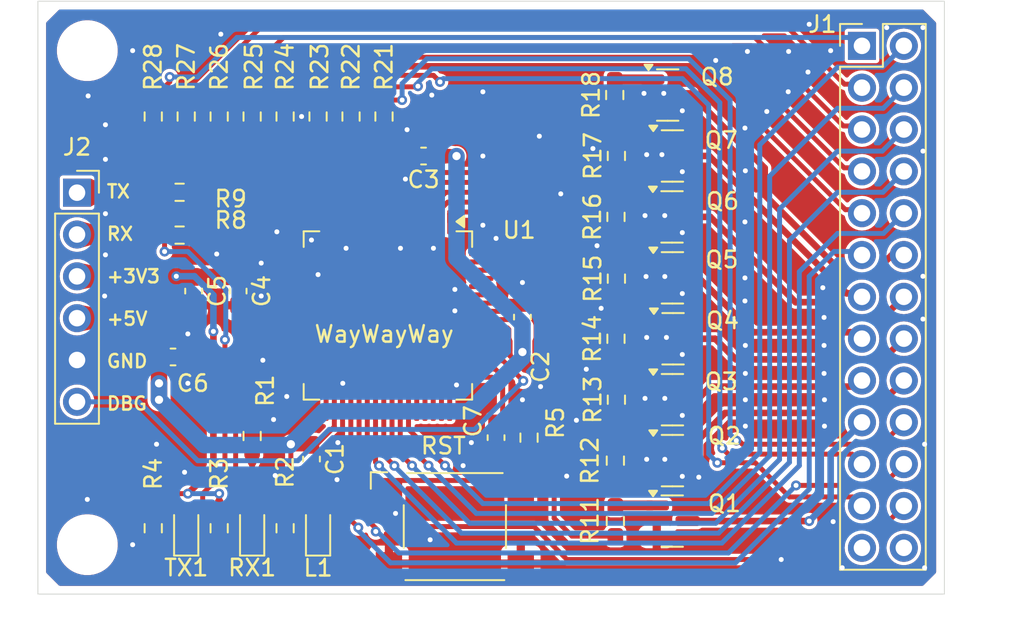
<source format=kicad_pcb>
(kicad_pcb (version 20240108) (generator "pcbnew") (generator_version "8.0")
  (layers (0 "F.Cu" signal) (31 "B.Cu" signal) (34 "B.Paste" user) (35 "F.Paste" user) (36 "B.SilkS" user "B.Silkscreen") (37 "F.SilkS" user "F.Silkscreen") (38 "B.Mask" user) (39 "F.Mask" user) (44 "Edge.Cuts" user))
  (net 0 "")
  (net 1 "GND")
  (net 2 "/G8")
  (net 3 "Net-(Q1-G)")
  (net 4 "Net-(Q2-G)")
  (net 5 "/G3")
  (net 6 "/LH")
  (net 7 "Net-(Q3-G)")
  (net 8 "Net-(Q4-G)")
  (net 9 "/LB")
  (net 10 "/LF")
  (net 11 "Net-(Q5-G)")
  (net 12 "/G6")
  (net 13 "Net-(Q6-G)")
  (net 14 "Net-(Q7-G)")
  (net 15 "/LG")
  (net 16 "/G5")
  (net 17 "Net-(Q8-G)")
  (net 18 "Net-(U1-PB0)")
  (net 19 "/LD")
  (net 20 "/LE")
  (net 21 "Net-(U1-PB1)")
  (net 22 "Net-(U1-PB2)")
  (net 23 "/G1")
  (net 24 "Net-(U1-PB3)")
  (net 25 "Net-(U1-PB4)")
  (net 26 "/G2")
  (net 27 "Net-(U1-PB5)")
  (net 28 "/G7")
  (net 29 "Net-(U1-PB6)")
  (net 30 "/G4")
  (net 31 "/LC")
  (net 32 "Net-(U1-PB7)")
  (net 33 "/RC")
  (net 34 "/RB")
  (net 37 "/RE")
  (net 40 "/RF")
  (net 43 "/RA")
  (net 44 "+5V")
  (net 45 "+3.3V")
  (net 46 "/RD")
  (net 49 "/LA")
  (net 50 "!RESET")
  (net 58 "/RH")
  (net 60 "/RG")
  (net 62 "Net-(U1-PD0)")
  (net 66 "Net-(U1-XTALHF1{slash}PA0)")
  (net 67 "Net-(U1-XTALHF2{slash}PA1)")
  (net 68 "Net-(U1-PA2)")
  (net 69 "Net-(U1-PA3)")
  (net 70 "Net-(U1-PA4)")
  (net 71 "Net-(U1-PA5)")
  (net 72 "Net-(U1-PA6)")
  (net 73 "Net-(U1-PA7)")
  (net 79 "RPI_UART_RX")
  (net 80 "RPI_UART_TX")
  (net 81 "AVR_UART_RX")
  (net 82 "AVR_UART_TX")
  (net 83 "Net-(J2-Pin_6)")
  (net 84 "Net-(R1-Pad2)")
  (net 87 "Net-(L1-K)")
  (net 88 "Net-(RX1-A)")
  (net 89 "Net-(TX1-A)")
  (net 90 "Net-(R5-Pad2)")
  (footprint "Package_TO_SOT_SMD:SOT-23" (layer "F.Cu") (at 88.5 71.195)
    (property "Reference" "Q3")
    (property "Value" "AO3400A")
  )
  (footprint "Button_Switch_SMD:SW_SPST_Omron_B3FS-100xP" (layer "F.Cu") (at 75.3 78.9)
    (property "Reference" "RST")
    (property "Value" "SW_Omron_B3FS")
  )
  (footprint "Resistor_SMD:R_0603_1608Metric_Pad0.98x0.95mm_HandSolder" (layer "F.Cu") (at 85.1 56.395 90)
    (property "Reference" "R17")
    (property "Value" "300")
  )
  (footprint "Resistor_SMD:R_0603_1608Metric_Pad0.98x0.95mm_HandSolder" (layer "F.Cu") (at 85.075 60.095 90)
    (property "Reference" "R16")
    (property "Value" "300")
  )
  (footprint "Package_TO_SOT_SMD:SOT-23" (layer "F.Cu") (at 88.5 74.895)
    (property "Reference" "Q2")
    (property "Value" "AO3400A")
  )
  (footprint "Resistor_SMD:R_0603_1608Metric_Pad0.98x0.95mm_HandSolder" (layer "F.Cu") (at 58.6 61.2)
    (property "Reference" "R8")
    (property "Value" "300")
  )
  (footprint "Resistor_SMD:R_0603_1608Metric_Pad0.98x0.95mm_HandSolder" (layer "F.Cu") (at 61 79 -90)
    (property "Reference" "R3")
    (property "Value" "300")
  )
  (footprint "Package_QFP:TQFP-64_10x10mm_P0.5mm" (layer "F.Cu") (at 71.2375 66.08 -90)
    (property "Reference" "U1")
    (property "Value" "AVR128DB64x-xPT")
  )
  (footprint "Capacitor_SMD:C_0603_1608Metric_Pad1.08x0.95mm_HandSolder" (layer "F.Cu") (at 79.4 66.18 90)
    (property "Reference" "C2")
    (property "Value" "100n")
  )
  (footprint "Capacitor_SMD:C_0603_1608Metric_Pad1.08x0.95mm_HandSolder" (layer "F.Cu") (at 77.8 73.5 -90)
    (property "Reference" "C7")
    (property "Value" "1u")
  )
  (footprint "LED_SMD:LED_0603_1608Metric_Pad1.05x0.95mm_HandSolder" (layer "F.Cu") (at 59 79 90)
    (property "Reference" "TX1")
    (property "Value" "LED")
  )
  (footprint "Resistor_SMD:R_0603_1608Metric_Pad0.98x0.95mm_HandSolder" (layer "F.Cu") (at 61 54 90)
    (property "Reference" "R26")
    (property "Value" "300")
  )
  (footprint "Resistor_SMD:R_0603_1608Metric_Pad0.98x0.95mm_HandSolder" (layer "F.Cu") (at 65 54 90)
    (property "Reference" "R24")
    (property "Value" "300")
  )
  (footprint "LED_SMD:LED_0603_1608Metric_Pad1.05x0.95mm_HandSolder" (layer "F.Cu") (at 63 79 90)
    (property "Reference" "RX1")
    (property "Value" "LED")
  )
  (footprint "MountingHole:MountingHole_3.2mm_M3_DIN965" (layer "F.Cu") (at 53 80)
    (property "Reference" "H2" (hide yes))
    (property "Value" "MountingHole")
  )
  (footprint "Resistor_SMD:R_0603_1608Metric_Pad0.98x0.95mm_HandSolder" (layer "F.Cu") (at 85.1 71.195 90)
    (property "Reference" "R13")
    (property "Value" "300")
  )
  (footprint "Resistor_SMD:R_0603_1608Metric_Pad0.98x0.95mm_HandSolder" (layer "F.Cu") (at 85.0375 78.565 90)
    (property "Reference" "R11")
    (property "Value" "300")
  )
  (footprint "Resistor_SMD:R_0603_1608Metric_Pad0.98x0.95mm_HandSolder" (layer "F.Cu") (at 85.0375 74.895 90)
    (property "Reference" "R12")
    (property "Value" "300")
  )
  (footprint "Capacitor_SMD:C_0603_1608Metric_Pad1.08x0.95mm_HandSolder" (layer "F.Cu") (at 62.15 64.6 -90)
    (property "Reference" "C4")
    (property "Value" "100n")
  )
  (footprint "Connector_PinSocket_2.54mm:PinSocket_1x06_P2.54mm_Vertical" (layer "F.Cu") (at 52.375 58.625)
    (property "Reference" "J2")
    (property "Value" "Conn_01x06")
  )
  (footprint "Capacitor_SMD:C_0603_1608Metric_Pad1.08x0.95mm_HandSolder" (layer "F.Cu") (at 73.4 56.4 180)
    (property "Reference" "C3")
    (property "Value" "100n")
  )
  (footprint "Resistor_SMD:R_0603_1608Metric_Pad0.98x0.95mm_HandSolder" (layer "F.Cu") (at 85.1 63.844999 90)
    (property "Reference" "R15")
    (property "Value" "300")
  )
  (footprint "Capacitor_SMD:C_0603_1608Metric_Pad1.08x0.95mm_HandSolder" (layer "F.Cu") (at 66.6 74.8 -90)
    (property "Reference" "C1")
    (property "Value" "100n")
  )
  (footprint "Resistor_SMD:R_0603_1608Metric_Pad0.98x0.95mm_HandSolder" (layer "F.Cu") (at 85 52.695 90)
    (property "Reference" "R18")
    (property "Value" "300")
  )
  (footprint "Resistor_SMD:R_0603_1608Metric_Pad0.98x0.95mm_HandSolder" (layer "F.Cu") (at 59 54 90)
    (property "Reference" "R27")
    (property "Value" "300")
  )
  (footprint "Package_TO_SOT_SMD:SOT-23" (layer "F.Cu") (at 88.475 60.095)
    (property "Reference" "Q6")
    (property "Value" "AO3400A")
  )
  (footprint "LED_SMD:LED_0603_1608Metric_Pad1.05x0.95mm_HandSolder" (layer "F.Cu") (at 67 79 90)
    (property "Reference" "L1")
    (property "Value" "LED")
  )
  (footprint "Resistor_SMD:R_0603_1608Metric_Pad0.98x0.95mm_HandSolder" (layer "F.Cu") (at 63 73.4 -90)
    (property "Reference" "R1")
    (property "Value" "300")
  )
  (footprint "Capacitor_SMD:C_0603_1608Metric_Pad1.08x0.95mm_HandSolder" (layer "F.Cu") (at 59.45 64.6 -90)
    (property "Reference" "C5")
    (property "Value" "1u")
  )
  (footprint "Capacitor_SMD:C_0603_1608Metric_Pad1.08x0.95mm_HandSolder" (layer "F.Cu") (at 58.2 68.6)
    (property "Reference" "C6")
    (property "Value" "1u")
  )
  (footprint "MountingHole:MountingHole_3.2mm_M3_DIN965" (layer "F.Cu") (at 53 50)
    (property "Reference" "H1" (hide yes))
    (property "Value" "MountingHole")
  )
  (footprint "Package_TO_SOT_SMD:SOT-23" (layer "F.Cu") (at 88.5375 67.495)
    (property "Reference" "Q4")
    (property "Value" "AO3400A")
  )
  (footprint "Resistor_SMD:R_0603_1608Metric_Pad0.98x0.95mm_HandSolder" (layer "F.Cu") (at 57 79 -90)
    (property "Reference" "R4")
    (property "Value" "300")
  )
  (footprint "Resistor_SMD:R_0603_1608Metric_Pad0.98x0.95mm_HandSolder" (layer "F.Cu") (at 63 54 90)
    (property "Reference" "R25")
    (property "Value" "300")
  )
  (footprint "Package_TO_SOT_SMD:SOT-23" (layer "F.Cu") (at 88.5 63.795)
    (property "Reference" "Q5")
    (property "Value" "AO3400A")
  )
  (footprint "Resistor_SMD:R_0603_1608Metric_Pad0.98x0.95mm_HandSolder" (layer "F.Cu") (at 65 79 -90)
    (property "Reference" "R2")
    (property "Value" "300")
  )
  (footprint "Resistor_SMD:R_0603_1608Metric_Pad0.98x0.95mm_HandSolder" (layer "F.Cu") (at 85.075 67.495 90)
    (property "Reference" "R14")
    (property "Value" "300")
  )
  (footprint "Connector_PinHeader_2.54mm:PinHeader_2x13_P2.54mm_Vertical" (layer "F.Cu") (at 100 49.71)
    (property "Reference" "J1")
    (property "Value" "Conn_02x13_Odd_Even")
  )
  (footprint "Resistor_SMD:R_0603_1608Metric_Pad0.98x0.95mm_HandSolder" (layer "F.Cu") (at 58.6 58.6)
    (property "Reference" "R9")
    (property "Value" "300")
  )
  (footprint "Resistor_SMD:R_0603_1608Metric_Pad0.98x0.95mm_HandSolder" (layer "F.Cu") (at 79.8 73.5 -90)
    (property "Reference" "R5")
    (property "Value" "300")
  )
  (footprint "Resistor_SMD:R_0603_1608Metric_Pad0.98x0.95mm_HandSolder" (layer "F.Cu") (at 57 54 90)
    (property "Reference" "R28")
    (property "Value" "300")
  )
  (footprint "Resistor_SMD:R_0603_1608Metric_Pad0.98x0.95mm_HandSolder" (layer "F.Cu") (at 71 54 90)
    (property "Reference" "R21")
    (property "Value" "300")
  )
  (footprint "Resistor_SMD:R_0603_1608Metric_Pad0.98x0.95mm_HandSolder" (layer "F.Cu") (at 67 54 90)
    (property "Reference" "R23")
    (property "Value" "300")
  )
  (footprint "Resistor_SMD:R_0603_1608Metric_Pad0.98x0.95mm_HandSolder" (layer "F.Cu") (at 69 54 90)
    (property "Reference" "R22")
    (property "Value" "300")
  )
  (footprint "Package_TO_SOT_SMD:SOT-23" (layer "F.Cu") (at 88.2125 52.695)
    (property "Reference" "Q8")
    (property "Value" "AO3400A")
  )
  (footprint "Package_TO_SOT_SMD:SOT-23" (layer "F.Cu") (at 88.5 56.395)
    (property "Reference" "Q7")
    (property "Value" "AO3400A")
  )
  (footprint "Package_TO_SOT_SMD:SOT-23" (layer "F.Cu") (at 88.4875 78.565)
    (property "Reference" "Q1")
    (property "Value" "AO3400A")
  )
  (gr_line (start 57.35 70.2) (end 57.35 71.2) (stroke (width 1)) (layer "F.Cu") (net 44))
  (gr_rect (start 50 47) (end 105 83) (stroke (width 0.05)) (fill none) (layer "Edge.Cuts"))
  (gr_text "WayWayWay" (at 66.7 67.8 0) (layer "F.SilkS") (effects (font (size 1 1) (thickness 0.15) (bold yes)) (justify left bottom)))
  (gr_text "TX\n\nRX\n\n+3V3\n\n+5V\n\nGND\n\nDBG" (at 54.1 71.9 0) (layer "F.SilkS") (effects (font (size 0.8 0.8) (thickness 0.15) (bold yes)) (justify left bottom)))
  (via (at 90.1 75.9) (size 0.6) (drill 0.3) (layers "F.Cu" "B.Cu") (net 1))
  (via (at 92.9 60.4) (size 0.6) (drill 0.3) (layers "F.Cu" "B.Cu") (net 1))
  (via (at 68.15 76.05) (size 0.6) (drill 0.3) (layers "F.Cu" "B.Cu") (net 1))
  (via (at 92.9 54.7) (size 0.6) (drill 0.3) (layers "F.Cu" "B.Cu") (net 1))
  (via (at 72.3 57.8) (size 0.6) (drill 0.3) (layers "F.Cu" "B.Cu") (net 1))
  (via (at 86.9375 74.815) (size 0.6) (drill 0.3) (layers "F.Cu" "B.Cu") (net 1))
  (via (at 92.925 72.8) (size 0.6) (drill 0.3) (layers "F.Cu" "B.Cu") (net 1))
  (via (at 95.525 52.495) (size 0.6) (drill 0.3) (layers "F.Cu" "B.Cu") (net 1))
  (via (at 92.925 71.2) (size 0.6) (drill 0.3) (layers "F.Cu" "B.Cu") (net 1))
  (via (at 64.5 61) (size 0.6) (drill 0.3) (layers "F.Cu" "B.Cu") (net 1))
  (via (at 74 62) (size 0.6) (drill 0.3) (layers "F.Cu" "B.Cu") (net 1))
  (via (at 94.225 53.695) (size 0.6) (drill 0.3) (layers "F.Cu" "B.Cu") (net 1))
  (via (at 103.7 66.3) (size 0.6) (drill 0.3) (layers "F.Cu" "B.Cu") (net 1))
  (via (at 68.7 62) (size 0.6) (drill 0.3) (layers "F.Cu" "B.Cu") (net 1))
  (via (at 88.03346 60.015) (size 0.6) (drill 0.3) (layers "F.Cu" "B.Cu") (net 1))
  (via (at 65.1 71) (size 0.6) (drill 0.3) (layers "F.Cu" "B.Cu") (net 1))
  (via (at 86.775 52.595) (size 0.6) (drill 0.3) (layers "F.Cu" "B.Cu") (net 1))
  (via (at 68.2 73.8) (size 0.6) (drill 0.3) (layers "F.Cu" "B.Cu") (net 1))
  (via (at 59.1 67.2) (size 0.6) (drill 0.3) (layers "F.Cu" "B.Cu") (net 1))
  (via (at 54.05 64.9) (size 0.6) (drill 0.3) (layers "F.Cu" "B.Cu") (net 1))
  (via (at 88.0375 74.815) (size 0.6) (drill 0.3) (layers "F.Cu" "B.Cu") (net 1))
  (via (at 86.9 63.715) (size 0.6) (drill 0.3) (layers "F.Cu" "B.Cu") (net 1))
  (via (at 55.75 50) (size 0.6) (drill 0.3) (layers "F.Cu" "B.Cu") (net 1))
  (via (at 83.275 69.345) (size 0.6) (drill 0.3) (layers "F.Cu" "B.Cu") (net 1))
  (via (at 73.9 52.7) (size 0.6) (drill 0.3) (layers "F.Cu" "B.Cu") (net 1))
  (via (at 64.3 72.4) (size 0.6) (drill 0.3) (layers "F.Cu" "B.Cu") (net 1))
  (via (at 97.625 64.395) (size 0.6) (drill 0.3) (layers "F.Cu" "B.Cu") (net 1))
  (via (at 98.8 81.4) (size 0.6) (drill 0.3) (layers "F.Cu" "B.Cu") (net 1))
  (via (at 82.675 72.445) (size 0.6) (drill 0.3) (layers "F.Cu" "B.Cu") (net 1))
  (via (at 53 77.25) (size 0.6) (drill 0.3) (layers "F.Cu" "B.Cu") (net 1))
  (via (at 54.1 54.5) (size 0.6) (drill 0.3) (layers "F.Cu" "B.Cu") (net 1))
  (via (at 58.9 75.6) (size 0.6) (drill 0.3) (layers "F.Cu" "B.Cu") (net 1))
  (via (at 92.925 67.9) (size 0.6) (drill 0.3) (layers "F.Cu" "B.Cu") (net 1))
  (via (at 96.725 51.3) (size 0.6) (drill 0.3) (layers "F.Cu" "B.Cu") (net 1))
  (via (at 75.3 65.8) (size 0.6) (drill 0.3) (layers "F.Cu" "B.Cu") (net 1))
  (via (at 79.4 64.08) (size 0.6) (drill 0.3) (layers "F.Cu" "B.Cu") (net 1))
  (via (at 96.8 48.4) (size 0.6) (drill 0.3) (layers "F.Cu" "B.Cu") (net 1))
  (via (at 79.4 71.2) (size 0.6) (drill 0.3) (layers "F.Cu" "B.Cu") (net 1))
  (via (at 75.3 64.5) (size 0.6) (drill 0.3) (layers "F.Cu" "B.Cu") (net 1))
  (via (at 77 60.6) (size 0.6) (drill 0.3) (layers "F.Cu" "B.Cu") (net 1))
  (via (at 97.7 66.2) (size 0.6) (drill 0.3) (layers "F.Cu" "B.Cu") (net 1))
  (via (at 59.1 70.2) (size 0.6) (drill 0.3) (layers "F.Cu" "B.Cu") (net 1))
  (via (at 89.1 75.85) (size 0.6) (drill 0.3) (layers "F.Cu" "B.Cu") (net 1))
  (via (at 95.55 50.05) (size 0.6) (drill 0.3) (layers "F.Cu" "B.Cu") (net 1))
  (via (at 89.1 61.05) (size 0.6) (drill 0.3) (layers "F.Cu" "B.Cu") (net 1))
  (via (at 101.5 48.6) (size 0.6) (drill 0.3) (layers "F.Cu" "B.Cu") (net 1))
  (via (at 77 56.4) (size 0.6) (drill 0.3) (layers "F.Cu" "B.Cu") (net 1))
  (via (at 75.4 70.3) (size 0.6) (drill 0.3) (layers "F.Cu" "B.Cu") (net 1))
  (via (at 57.2 73.9) (size 0.6) (drill 0.3) (layers "F.Cu" "B.Cu") (net 1))
  (via (at 71.7 78.1) (size 0.6) (drill 0.3) (layers "F.Cu" "B.Cu") (net 1))
  (via (at 88.1375 67.415) (size 0.6) (drill 0.3) (layers "F.Cu" "B.Cu") (net 1))
  (via (at 53.05 52.75) (size 0.6) (drill 0.3) (layers "F.Cu" "B.Cu") (net 1))
  (via (at 98.1 50) (size 0.6) (drill 0.3) (layers "F.Cu" "B.Cu") (net 1))
  (via (at 64.4 75.8) (size 0.6) (drill 0.3) (layers "F.Cu" "B.Cu") (net 1))
  (via (at 83.675 55.945) (size 0.6) (drill 0.3) (layers "F.Cu" "B.Cu") (net 1))
  (via (at 80.5 70.4) (size 0.6) (drill 0.3) (layers "F.Cu" "B.Cu") (net 1))
  (via (at 97.725 72.8) (size 0.6) (drill 0.3) (layers "F.Cu" "B.Cu") (net 1))
  (via (at 87.8625 56.315) (size 0.6) (drill 0.3) (layers "F.Cu" "B.Cu") (net 1))
  (via (at 103.8 81.4) (size 0.6) (drill 0.3) (layers "F.Cu" "B.Cu") (net 1))
  (via (at 66 54) (size 0.6) (drill 0.3) (layers "F.Cu" "B.Cu") (net 1))
  (via (at 88.0375 63.715) (size 0.6) (drill 0.3) (layers "F.Cu" "B.Cu") (net 1))
  (via (at 103.7 56.1) (size 0.6) (drill 0.3) (layers "F.Cu" "B.Cu") (net 1))
  (via (at 88.0375 71.115) (size 0.6) (drill 0.3) (layers "F.Cu" "B.Cu") (net 1))
  (via (at 87.975 52.595) (size 0.6) (drill 0.3) (layers "F.Cu" "B.Cu") (net 1))
  (via (at 86.9375 67.415) (size 0.6) (drill 0.3) (layers "F.Cu" "B.Cu") (net 1))
  (via (at 81.725 58.695) (size 0.6) (drill 0.3) (layers "F.Cu" "B.Cu") (net 1))
  (via (at 98.25 78.6) (size 0.6) (drill 0.3) (layers "F.Cu" "B.Cu") (net 1))
  (via (at 89.1 57.35) (size 0.6) (drill 0.3) (layers "F.Cu" "B.Cu") (net 1))
  (via (at 93.05 50.05) (size 0.6) (drill 0.3) (layers "F.Cu" "B.Cu") (net 1))
  (via (at 97.7 67.9) (size 0.6) (drill 0.3) (layers "F.Cu" "B.Cu") (net 1))
  (via (at 86.8375 60.015) (size 0.6) (drill 0.3) (layers "F.Cu" "B.Cu") (net 1))
  (via (at 63.55 62.9) (size 0.6) (drill 0.3) (layers "F.Cu" "B.Cu") (net 1))
  (via (at 83.925 61.845) (size 0.6) (drill 0.3) (layers "F.Cu" "B.Cu") (net 1))
  (via (at 97.7 69.6) (size 0.6) (drill 0.3) (layers "F.Cu" "B.Cu") (net 1))
  (via (at 91.125 50.595) (size 0.6) (drill 0.3) (layers "F.Cu" "B.Cu") (net 1))
  (via (at 89.1 64.75) (size 0.6) (drill 0.3) (layers "F.Cu" "B.Cu") (net 1))
  (via (at 68.5 70.2) (size 0.6) (drill 0.3) (layers "F.Cu" "B.Cu") (net 1))
  (via (at 103.7 48.6) (size 0.6) (drill 0.3) (layers "F.Cu" "B.Cu") (net 1))
  (via (at 86.8375 71.115) (size 0.6) (drill 0.3) (layers "F.Cu" "B.Cu") (net 1))
  (via (at 89.1 53.65) (size 0.6) (drill 0.3) (layers "F.Cu" "B.Cu") (net 1))
  (via (at 92.9 65.2) (size 0.6) (drill 0.3) (layers "F.Cu" "B.Cu") (net 1))
  (via (at 103.8 73.9) (size 0.6) (drill 0.3) (layers "F.Cu" "B.Cu") (net 1))
  (via (at 92.925 69.6) (size 0.6) (drill 0.3) (layers "F.Cu" "B.Cu") (net 1))
  (via (at 54.1 59.9) (size 0.6) (drill 0.3) (layers "F.Cu" "B.Cu") (net 1))
  (via (at 60.85 62.35) (size 0.6) (drill 0.3) (layers "F.Cu" "B.Cu") (net 1))
  (via (at 84.175 65.645) (size 0.6) (drill 0.3) (layers "F.Cu" "B.Cu") (net 1))
  (via (at 89.1 68.45) (size 0.6) (drill 0.3) (layers "F.Cu" "B.Cu") (net 1))
  (via (at 80.425 55.195) (size 0.6) (drill 0.3) (layers "F.Cu" "B.Cu") (net 1))
  (via (at 95.1 80.9) (size 0.6) (drill 0.3) (layers "F.Cu" "B.Cu") (net 1))
  (via (at 77 52.5) (size 0.6) (drill 0.3) (layers "F.Cu" "B.Cu") (net 1))
  (via (at 92.9 63.8) (size 0.6) (drill 0.3) (layers "F.Cu" "B.Cu") (net 1))
  (via (at 75.8 75.2) (size 0.6) (drill 0.3) (layers "F.Cu" "B.Cu") (net 1))
  (via (at 54.1 62.4) (size 0.6) (drill 0.3) (layers "F.Cu" "B.Cu") (net 1))
  (via (at 55.75 80) (size 0.6) (drill 0.3) (layers "F.Cu" "B.Cu") (net 1))
  (via (at 97.725 71.2) (size 0.6) (drill 0.3) (layers "F.Cu" "B.Cu") (net 1))
  (via (at 73.8 79.7) (size 0.6) (drill 0.3) (layers "F.Cu" "B.Cu") (net 1))
  (via (at 77.8 61.4) (size 0.6) (drill 0.3) (layers "F.Cu" "B.Cu") (net 1))
  (via (at 72.4 54.8) (size 0.6) (drill 0.3) (layers "F.Cu" "B.Cu") (net 1))
  (via (at 63.55 64.9) (size 0.6) (drill 0.3) (layers "F.Cu" "B.Cu") (net 1))
  (via (at 82.083823 75.834958) (size 0.6) (drill 0.3) (layers "F.Cu" "B.Cu") (net 1))
  (via (at 103.7 63.7) (size 0.6) (drill 0.3) (layers "F.Cu" "B.Cu") (net 1))
  (via (at 76.3 73.8) (size 0.6) (drill 0.3) (layers "F.Cu" "B.Cu") (net 1))
  (via (at 67 63.6) (size 0.6) (drill 0.3) (layers "F.Cu" "B.Cu") (net 1))
  (via (at 66.6 61.5) (size 0.6) (drill 0.3) (layers "F.Cu" "B.Cu") (net 1))
  (via (at 63.65 68.8) (size 0.6) (drill 0.3) (layers "F.Cu" "B.Cu") (net 1))
  (via (at 72 62) (size 0.6) (drill 0.3) (layers "F.Cu" "B.Cu") (net 1))
  (via (at 92.925 57.295) (size 0.6) (drill 0.3) (layers "F.Cu" "B.Cu") (net 1))
  (via (at 89.1 72.15) (size 0.6) (drill 0.3) (layers "F.Cu" "B.Cu") (net 1))
  (via (at 54.1 56.6) (size 0.6) (drill 0.3) (layers "F.Cu" "B.Cu") (net 1))
  (via (at 86.9375 56.315) (size 0.6) (drill 0.3) (layers "F.Cu" "B.Cu") (net 1))
  (via (at 61.1 49) (size 0.6) (drill 0.3) (layers "F.Cu" "B.Cu") (net 1))
  (segment (start 94.1 58.773884) (end 94.1 57.127513) (width 0.4) (layer "F.Cu") (net 2))
  (segment (start 89.15 52.695) (end 89.45 52.695) (width 0.4) (layer "F.Cu") (net 2))
  (segment (start 99.026116 63.7) (end 94.1 58.773884) (width 0.4) (layer "F.Cu") (net 2))
  (segment (start 100.52 63.7) (end 99.026116 63.7) (width 0.4) (layer "F.Cu") (net 2))
  (segment (start 102.025 62.195) (end 100.52 63.7) (width 0.4) (layer "F.Cu") (net 2))
  (segment (start 89.667487 52.695) (end 89.15 52.695) (width 0.4) (layer "F.Cu") (net 2))
  (segment (start 94.1 57.127513) (end 89.667487 52.695) (width 0.4) (layer "F.Cu") (net 2))
  (segment (start 85.075 77.615) (end 85.0375 77.6525) (width 0.6) (layer "F.Cu") (net 3))
  (segment (start 87.25 77.615) (end 85.075 77.615) (width 0.6) (layer "F.Cu") (net 3))
  (segment (start 87.2625 73.945) (end 85.3375 73.945) (width 0.6) (layer "F.Cu") (net 4))
  (segment (start 85.3375 73.945) (end 85.3 73.9825) (width 0.6) (layer "F.Cu") (net 4))
  (segment (start 90.8 70.4) (end 99.63 70.4) (width 0.4) (layer "F.Cu") (net 5))
  (segment (start 89.4375 71.195) (end 90.005 71.195) (width 0.4) (layer "F.Cu") (net 5))
  (segment (start 90.005 71.195) (end 90.8 70.4) (width 0.4) (layer "F.Cu") (net 5))
  (segment (start 99.63 70.4) (end 100 70.03) (width 0.4) (layer "F.Cu") (net 5))
  (segment (start 57 52.9) (end 57 53.0875) (width 0.3) (layer "F.Cu") (net 6))
  (segment (start 58 51.6) (end 58 51.9) (width 0.3) (layer "F.Cu") (net 6))
  (segment (start 58 51.9) (end 57 52.9) (width 0.3) (layer "F.Cu") (net 6))
  (via (at 58 51.6) (size 0.6) (drill 0.3) (layers "F.Cu" "B.Cu") (net 6))
  (segment (start 58 51.6) (end 59.68 51.6) (width 0.3) (layer "B.Cu") (net 6))
  (segment (start 62.08 49.2) (end 100.26 49.2) (width 0.3) (layer "B.Cu") (net 6))
  (segment (start 99.185 49.195) (end 99.485 49.495) (width 0.3) (layer "B.Cu") (net 6))
  (segment (start 59.68 51.6) (end 62.08 49.2) (width 0.3) (layer "B.Cu") (net 6))
  (segment (start 87.2625 70.245) (end 85.4 70.245) (width 0.6) (layer "F.Cu") (net 7))
  (segment (start 85.4 70.245) (end 85.3625 70.2825) (width 0.6) (layer "F.Cu") (net 7))
  (segment (start 87.3 66.545) (end 85.375 66.545) (width 0.6) (layer "F.Cu") (net 8))
  (segment (start 69.8875 52.2) (end 69 53.0875) (width 0.3) (layer "F.Cu") (net 9))
  (segment (start 73.01924 52.2) (end 69.8875 52.2) (width 0.3) (layer "F.Cu") (net 9))
  (segment (start 91.88462 74.5) (end 99.39 74.5) (width 0.3) (layer "F.Cu") (net 9))
  (segment (start 99.39 74.5) (end 100 75.11) (width 0.3) (layer "F.Cu") (net 9))
  (segment (start 91.525 74.14038) (end 91.88462 74.5) (width 0.3) (layer "F.Cu") (net 9))
  (segment (start 99.74 74.85) (end 100 75.11) (width 0.3) (layer "F.Cu") (net 9))
  (segment (start 73.05962 52.15962) (end 73.01924 52.2) (width 0.3) (layer "F.Cu") (net 9))
  (via (at 73.05962 52.15962) (size 0.6) (drill 0.3) (layers "F.Cu" "B.Cu") (net 9))
  (via (at 91.525 74.14038) (size 0.6) (drill 0.3) (layers "F.Cu" "B.Cu") (net 9))
  (segment (start 91.525 74.14038) (end 91.375 73.99038) (width 0.3) (layer "B.Cu") (net 9))
  (segment (start 73.9 51.1) (end 73.05962 51.94038) (width 0.3) (layer "B.Cu") (net 9))
  (segment (start 91.375 53.155) (end 89.32 51.1) (width 0.3) (layer "B.Cu") (net 9))
  (segment (start 91.375 73.99038) (end 91.375 53.155) (width 0.3) (layer "B.Cu") (net 9))
  (segment (start 73.05962 51.94038) (end 73.05962 52.15962) (width 0.3) (layer "B.Cu") (net 9))
  (segment (start 89.32 51.1) (end 73.9 51.1) (width 0.3) (layer "B.Cu") (net 9))
  (segment (start 93.5 49.2) (end 98.875 54.575) (width 0.3) (layer "F.Cu") (net 10))
  (segment (start 61 53.0875) (end 61.0125 53.0875) (width 0.3) (layer "F.Cu") (net 10))
  (segment (start 61.0125 53.0875) (end 64.9 49.2) (width 0.3) (layer "F.Cu") (net 10))
  (segment (start 98.875 54.575) (end 99.485 54.575) (width 0.3) (layer "F.Cu") (net 10))
  (segment (start 64.9 49.2) (end 93.5 49.2) (width 0.3) (layer "F.Cu") (net 10))
  (segment (start 87.2625 62.845) (end 85.449999 62.845) (width 0.6) (layer "F.Cu") (net 11))
  (segment (start 85.449999 62.845) (end 85.3625 62.932499) (width 0.6) (layer "F.Cu") (net 11))
  (segment (start 98.95 66.2) (end 101.29 66.2) (width 0.4) (layer "F.Cu") (net 12))
  (segment (start 90.795 60.095) (end 95.975 65.275) (width 0.4) (layer "F.Cu") (net 12))
  (segment (start 95.975 65.275) (end 98.025 65.275) (width 0.4) (layer "F.Cu") (net 12))
  (segment (start 101.29 66.2) (end 102.54 64.95) (width 0.4) (layer "F.Cu") (net 12))
  (segment (start 98.025 65.275) (end 98.95 66.2) (width 0.4) (layer "F.Cu") (net 12))
  (segment (start 89.1125 60.095) (end 90.795 60.095) (width 0.4) (layer "F.Cu") (net 12))
  (segment (start 87.2375 59.145) (end 85.375 59.145) (width 0.6) (layer "F.Cu") (net 13))
  (segment (start 85.375 59.145) (end 85.3375 59.1825) (width 0.6) (layer "F.Cu") (net 13))
  (segment (start 85.4 55.445) (end 85.3625 55.4825) (width 0.6) (layer "F.Cu") (net 14))
  (segment (start 87.2625 55.445) (end 85.4 55.445) (width 0.6) (layer "F.Cu") (net 14))
  (segment (start 59 53.0875) (end 59.0125 53.0875) (width 0.3) (layer "F.Cu") (net 15))
  (segment (start 95.5 48.6) (end 98.935 52.035) (width 0.3) (layer "F.Cu") (net 15))
  (segment (start 98.935 52.035) (end 99.485 52.035) (width 0.3) (layer "F.Cu") (net 15))
  (segment (start 63.5 48.6) (end 95.5 48.6) (width 0.3) (layer "F.Cu") (net 15))
  (segment (start 59.0125 53.0875) (end 63.5 48.6) (width 0.3) (layer "F.Cu") (net 15))
  (segment (start 99.31 67.1) (end 99.485 67.275) (width 0.4) (layer "F.Cu") (net 16))
  (segment (start 89.4375 63.795) (end 90.095 63.795) (width 0.4) (layer "F.Cu") (net 16))
  (segment (start 93.4 67.1) (end 99.31 67.1) (width 0.4) (layer "F.Cu") (net 16))
  (segment (start 90.095 63.795) (end 93.4 67.1) (width 0.4) (layer "F.Cu") (net 16))
  (segment (start 85.0375 51.745) (end 85 51.7825) (width 0.6) (layer "F.Cu") (net 17))
  (segment (start 87.7 51.745) (end 85.0375 51.745) (width 0.6) (layer "F.Cu") (net 17))
  (segment (start 71 55.2) (end 71.4875 55.6875) (width 0.3) (layer "F.Cu") (net 18))
  (segment (start 71 54.9125) (end 71 55.2) (width 0.3) (layer "F.Cu") (net 18))
  (segment (start 71.4875 55.6875) (end 71.4875 60.4175) (width 0.3) (layer "F.Cu") (net 18))
  (segment (start 67.5 50.4) (end 65 52.9) (width 0.3) (layer "F.Cu") (net 19))
  (segment (start 65 52.9) (end 65 53.0875) (width 0.3) (layer "F.Cu") (net 19))
  (segment (start 99.485 59.655) (end 98.995 59.655) (width 0.3) (layer "F.Cu") (net 19))
  (segment (start 89.74 50.4) (end 67.5 50.4) (width 0.3) (layer "F.Cu") (net 19))
  (segment (start 98.995 59.655) (end 89.74 50.4) (width 0.3) (layer "F.Cu") (net 19))
  (segment (start 66.3 49.8) (end 91.6 49.8) (width 0.3) (layer "F.Cu") (net 20))
  (segment (start 98.915 57.115) (end 99.485 57.115) (width 0.3) (layer "F.Cu") (net 20))
  (segment (start 91.6 49.8) (end 98.915 57.115) (width 0.3) (layer "F.Cu") (net 20))
  (segment (start 63.0125 53.0875) (end 66.3 49.8) (width 0.3) (layer "F.Cu") (net 20))
  (segment (start 63 53.0875) (end 63.0125 53.0875) (width 0.3) (layer "F.Cu") (net 20))
  (segment (start 70.9875 56.9875) (end 69 55) (width 0.3) (layer "F.Cu") (net 21))
  (segment (start 70.9875 60.4175) (end 70.9875 56.9875) (width 0.3) (layer "F.Cu") (net 21))
  (segment (start 69 55) (end 69 54.9125) (width 0.3) (layer "F.Cu") (net 21))
  (segment (start 69.1 56) (end 68.0875 56) (width 0.3) (layer "F.Cu") (net 22))
  (segment (start 70.4875 60.4175) (end 70.4875 57.3875) (width 0.3) (layer "F.Cu") (net 22))
  (segment (start 70.4875 57.3875) (end 69.1 56) (width 0.3) (layer "F.Cu") (net 22))
  (segment (start 68.0875 56) (end 67 54.9125) (width 0.3) (layer "F.Cu") (net 22))
  (segment (start 96.8 78.565) (end 89.425 78.565) (width 0.4) (layer "F.Cu") (net 23))
  (segment (start 100 72.57) (end 99.53 72.57) (width 0.4) (layer "F.Cu") (net 23))
  (via (at 96.8 78.565) (size 0.6) (drill 0.3) (layers "F.Cu" "B.Cu") (net 23))
  (segment (start 96.8 78.565) (end 98.1 77.265) (width 0.4) (layer "B.Cu") (net 23))
  (segment (start 98.1 74.47) (end 100 72.57) (width 0.4) (layer "B.Cu") (net 23))
  (segment (start 98.1 77.265) (end 98.1 74.47) (width 0.4) (layer "B.Cu") (net 23))
  (segment (start 66.6875 56.6) (end 65 54.9125) (width 0.3) (layer "F.Cu") (net 24))
  (segment (start 69.9875 60.4175) (end 69.9875 57.7875) (width 0.3) (layer "F.Cu") (net 24))
  (segment (start 68.8 56.6) (end 66.6875 56.6) (width 0.3) (layer "F.Cu") (net 24))
  (segment (start 69.9875 57.7875) (end 68.8 56.6) (width 0.3) (layer "F.Cu") (net 24))
  (segment (start 65.2875 57.2) (end 63 54.9125) (width 0.3) (layer "F.Cu") (net 25))
  (segment (start 68.5 57.2) (end 65.2875 57.2) (width 0.3) (layer "F.Cu") (net 25))
  (segment (start 69.4875 58.1875) (end 68.5 57.2) (width 0.3) (layer "F.Cu") (net 25))
  (segment (start 69.4875 60.4175) (end 69.4875 58.1875) (width 0.3) (layer "F.Cu") (net 25))
  (segment (start 91.7 72) (end 89.975 73.725) (width 0.4) (layer "F.Cu") (net 26))
  (segment (start 102.54 70.03) (end 101.27 71.3) (width 0.4) (layer "F.Cu") (net 26))
  (segment (start 98.55 72) (end 91.7 72) (width 0.4) (layer "F.Cu") (net 26))
  (segment (start 89.975 73.725) (end 89.975 74.895) (width 0.4) (layer "F.Cu") (net 26))
  (segment (start 101.27 71.3) (end 99.25 71.3) (width 0.4) (layer "F.Cu") (net 26))
  (segment (start 99.25 71.3) (end 98.55 72) (width 0.4) (layer "F.Cu") (net 26))
  (segment (start 89.975 74.895) (end 89.4375 74.895) (width 0.4) (layer "F.Cu") (net 26))
  (segment (start 63.9 57.8) (end 61.0125 54.9125) (width 0.3) (layer "F.Cu") (net 27))
  (segment (start 68.9875 60.4175) (end 68.9875 58.5875) (width 0.3) (layer "F.Cu") (net 27))
  (segment (start 68.9875 58.5875) (end 68.2 57.8) (width 0.3) (layer "F.Cu") (net 27))
  (segment (start 68.2 57.8) (end 63.9 57.8) (width 0.3) (layer "F.Cu") (net 27))
  (segment (start 61.0125 54.9125) (end 61 54.9125) (width 0.3) (layer "F.Cu") (net 27))
  (segment (start 90.725 56.395) (end 99.065 64.735) (width 0.4) (layer "F.Cu") (net 28))
  (segment (start 89.1375 56.395) (end 90.725 56.395) (width 0.4) (layer "F.Cu") (net 28))
  (segment (start 99.065 64.735) (end 99.485 64.735) (width 0.4) (layer "F.Cu") (net 28))
  (segment (start 89.4375 56.395) (end 89.9175 56.395) (width 0.4) (layer "F.Cu") (net 28))
  (segment (start 68.4875 58.9875) (end 67.9 58.4) (width 0.3) (layer "F.Cu") (net 29))
  (segment (start 68.4875 60.4175) (end 68.4875 58.9875) (width 0.3) (layer "F.Cu") (net 29))
  (segment (start 62.4875 58.4) (end 59 54.9125) (width 0.3) (layer "F.Cu") (net 29))
  (segment (start 67.9 58.4) (end 62.4875 58.4) (width 0.3) (layer "F.Cu") (net 29))
  (segment (start 91.095 67.495) (end 89.175 67.495) (width 0.4) (layer "F.Cu") (net 30))
  (segment (start 92.346073 68.746073) (end 91.095 67.495) (width 0.4) (layer "F.Cu") (net 30))
  (segment (start 102.54 67.49) (end 101.283927 68.746073) (width 0.4) (layer "F.Cu") (net 30))
  (segment (start 101.283927 68.746073) (end 92.346073 68.746073) (width 0.4) (layer "F.Cu") (net 30))
  (segment (start 93.525 75.025) (end 95.6 77.1) (width 0.3) (layer "F.Cu") (net 31))
  (segment (start 99.45 77.1) (end 100 77.65) (width 0.3) (layer "F.Cu") (net 31))
  (segment (start 68.5875 51.5) (end 67 53.0875) (width 0.3) (layer "F.Cu") (net 31))
  (segment (start 74.4 51.9) (end 74 51.5) (width 0.3) (layer "F.Cu") (net 31))
  (segment (start 91.225 75.025) (end 93.525 75.025) (width 0.3) (layer "F.Cu") (net 31))
  (segment (start 95.6 77.1) (end 99.45 77.1) (width 0.3) (layer "F.Cu") (net 31))
  (segment (start 74 51.5) (end 68.5875 51.5) (width 0.3) (layer "F.Cu") (net 31))
  (via (at 91.225 75.025) (size 0.6) (drill 0.3) (layers "F.Cu" "B.Cu") (net 31))
  (via (at 74.4 51.9) (size 0.6) (drill 0.3) (layers "F.Cu" "B.Cu") (net 31))
  (segment (start 90.7 74.5) (end 90.7 53.3) (width 0.3) (layer "B.Cu") (net 31))
  (segment (start 89.1 51.7) (end 74.6 51.7) (width 0.3) (layer "B.Cu") (net 31))
  (segment (start 91.225 75.025) (end 90.7 74.5) (width 0.3) (layer "B.Cu") (net 31))
  (segment (start 90.7 53.3) (end 89.1 51.7) (width 0.3) (layer "B.Cu") (net 31))
  (segment (start 74.6 51.7) (end 74.4 51.9) (width 0.3) (layer "B.Cu") (net 31))
  (segment (start 57 54.9125) (end 57.0125 54.9125) (width 0.3) (layer "F.Cu") (net 32))
  (segment (start 67.9875 59.3875) (end 67.9875 60.4175) (width 0.3) (layer "F.Cu") (net 32))
  (segment (start 57.0125 54.9125) (end 59.5 57.4) (width 0.3) (layer "F.Cu") (net 32))
  (segment (start 59.5 57.4) (end 60.6 57.4) (width 0.3) (layer "F.Cu") (net 32))
  (segment (start 67.6 59) (end 67.9875 59.3875) (width 0.3) (layer "F.Cu") (net 32))
  (segment (start 62.2 59) (end 67.6 59) (width 0.3) (layer "F.Cu") (net 32))
  (segment (start 60.6 57.4) (end 62.2 59) (width 0.3) (layer "F.Cu") (net 32))
  (segment (start 98.15 80) (end 99.25 78.9) (width 0.3) (layer "F.Cu") (net 33))
  (segment (start 93.8 80.9) (end 94.7 80) (width 0.3) (layer "F.Cu") (net 33))
  (segment (start 94.7 80) (end 98.15 80) (width 0.3) (layer "F.Cu") (net 33))
  (segment (start 80.1 78.9) (end 82.1 80.9) (width 0.3) (layer "F.Cu") (net 33))
  (segment (start 82.1 80.9) (end 93.8 80.9) (width 0.3) (layer "F.Cu") (net 33))
  (segment (start 99.25 78.9) (end 101.29 78.9) (width 0.3) (layer "F.Cu") (net 33))
  (segment (start 69.9875 71.7425) (end 69.9875 77.5375) (width 0.3) (layer "F.Cu") (net 33))
  (segment (start 101.29 78.9) (end 102.54 77.65) (width 0.3) (layer "F.Cu") (net 33))
  (segment (start 69.9875 77.5375) (end 71.35 78.9) (width 0.3) (layer "F.Cu") (net 33))
  (segment (start 71.35 78.9) (end 80.1 78.9) (width 0.3) (layer "F.Cu") (net 33))
  (segment (start 96 76.4) (end 101.25 76.4) (width 0.3) (layer "F.Cu") (net 34))
  (segment (start 70.5 79) (end 69.4875 77.9875) (width 0.3) (layer "F.Cu") (net 34))
  (segment (start 70.5 79.2) (end 70.5 79) (width 0.3) (layer "F.Cu") (net 34))
  (segment (start 69.4875 77.9875) (end 69.4875 71.7425) (width 0.3) (layer "F.Cu") (net 34))
  (segment (start 101.25 76.4) (end 102.54 75.11) (width 0.3) (layer "F.Cu") (net 34))
  (via (at 70.5 79.2) (size 0.6) (drill 0.3) (layers "F.Cu" "B.Cu") (net 34))
  (via (at 96 76.4) (size 0.6) (drill 0.3) (layers "F.Cu" "B.Cu") (net 34))
  (segment (start 96 76.4) (end 91.9 80.5) (width 0.3) (layer "B.Cu") (net 34))
  (segment (start 70.6 79.2) (end 70.5 79.2) (width 0.3) (layer "B.Cu") (net 34))
  (segment (start 91.9 80.5) (end 71.9 80.5) (width 0.3) (layer "B.Cu") (net 34))
  (segment (start 71.9 80.5) (end 70.6 79.2) (width 0.3) (layer "B.Cu") (net 34))
  (segment (start 70.9875 74.568261) (end 70.9875 71.7425) (width 0.3) (layer "F.Cu") (net 37))
  (segment (start 71.629809 75.21057) (end 70.9875 74.568261) (width 0.3) (layer "F.Cu") (net 37))
  (segment (start 71.62981 75.21057) (end 71.629809 75.21057) (width 0.3) (layer "F.Cu") (net 37))
  (via (at 71.62981 75.21057) (size 0.6) (drill 0.3) (layers "F.Cu" "B.Cu") (net 37))
  (segment (start 95.6 75) (end 95.6 61.52) (width 0.3) (layer "B.Cu") (net 37))
  (segment (start 75.7 79.3) (end 91.3 79.3) (width 0.3) (layer "B.Cu") (net 37))
  (segment (start 91.3 79.3) (end 95.6 75) (width 0.3) (layer "B.Cu") (net 37))
  (segment (start 95.6 61.52) (end 98.52 58.6) (width 0.3) (layer "B.Cu") (net 37))
  (segment (start 71.62981 75.22981) (end 75.7 79.3) (width 0.3) (layer "B.Cu") (net 37))
  (segment (start 71.62981 75.21057) (end 71.62981 75.22981) (width 0.3) (layer "B.Cu") (net 37))
  (segment (start 101.27 58.6) (end 102.54 57.33) (width 0.3) (layer "B.Cu") (net 37))
  (segment (start 98.52 58.6) (end 101.27 58.6) (width 0.3) (layer "B.Cu") (net 37))
  (segment (start 71.4875 73.9875) (end 71.4875 71.7425) (width 0.3) (layer "F.Cu") (net 40))
  (segment (start 72.7 75.2) (end 71.4875 73.9875) (width 0.3) (layer "F.Cu") (net 40))
  (via (at 72.7 75.2) (size 0.6) (drill 0.3) (layers "F.Cu" "B.Cu") (net 40))
  (segment (start 98.52 56.1) (end 101.23 56.1) (width 0.3) (layer "B.Cu") (net 40))
  (segment (start 101.23 56.1) (end 102.54 54.79) (width 0.3) (layer "B.Cu") (net 40))
  (segment (start 91.125 78.7) (end 95 74.825) (width 0.3) (layer "B.Cu") (net 40))
  (segment (start 72.7 75.2) (end 72.7 75.20481) (width 0.3) (layer "B.Cu") (net 40))
  (segment (start 76.19519 78.7) (end 91.125 78.7) (width 0.3) (layer "B.Cu") (net 40))
  (segment (start 95 59.62) (end 98.52 56.1) (width 0.3) (layer "B.Cu") (net 40))
  (segment (start 95 74.825) (end 95 59.62) (width 0.3) (layer "B.Cu") (net 40))
  (segment (start 72.7 75.20481) (end 76.19519 78.7) (width 0.3) (layer "B.Cu") (net 40))
  (segment (start 68.9875 78.50674) (end 68.9875 71.7425) (width 0.3) (layer "F.Cu") (net 43))
  (segment (start 69.44038 78.95962) (end 68.9875 78.50674) (width 0.3) (layer "F.Cu") (net 43))
  (via (at 69.44038 78.95962) (size 0.6) (drill 0.3) (layers "F.Cu" "B.Cu") (net 43))
  (segment (start 96.8 63.7) (end 98.305 62.195) (width 0.3) (layer "B.Cu") (net 43))
  (segment (start 69.44038 78.95962) (end 69.44038 79.14038) (width 0.3) (layer "B.Cu") (net 43))
  (segment (start 96.8 76.625) (end 96.8 63.7) (width 0.3) (layer "B.Cu") (net 43))
  (segment (start 98.305 62.195) (end 99.485 62.195) (width 0.3) (layer "B.Cu") (net 43))
  (segment (start 69.44038 79.14038) (end 71.4 81.1) (width 0.3) (layer "B.Cu") (net 43))
  (segment (start 71.4 81.1) (end 92.325 81.1) (width 0.3) (layer "B.Cu") (net 43))
  (segment (start 92.325 81.1) (end 96.8 76.625) (width 0.3) (layer "B.Cu") (net 43))
  (segment (start 53.075 66.245) (end 56.295 66.245) (width 1) (layer "F.Cu") (net 44))
  (segment (start 57.35 67.3) (end 57.35 70.2) (width 1) (layer "F.Cu") (net 44))
  (segment (start 75.4 56.4) (end 74.2625 56.4) (width 0.8) (layer "F.Cu") (net 44))
  (segment (start 74.2625 56.4) (end 74.2625 56.9375) (width 0.3) (layer "F.Cu") (net 44))
  (segment (start 79.4 67.0425) (end 78.6875 66.33) (width 0.3) (layer "F.Cu") (net 44))
  (segment (start 67 73.825) (end 67.9875 72.8375) (width 0.3) (layer "F.Cu") (net 44))
  (segment (start 65.35 76.475) (end 67 78.125) (width 0.3) (layer "F.Cu") (net 44))
  (segment (start 56.295 66.245) (end 57.35 67.3) (width 1) (layer "F.Cu") (net 44))
  (segment (start 65.3875 73.9375) (end 66.6 73.9375) (width 0.8) (layer "F.Cu") (net 44))
  (segment (start 72.4875 58.7125) (end 72.4875 60.4175) (width 0.3) (layer "F.Cu") (net 44))
  (segment (start 78.6875 66.33) (end 76.9 66.33) (width 0.3) (layer "F.Cu") (net 44))
  (segment (start 79.4 67.0425) (end 79.4 68.3) (width 0.8) (layer "F.Cu") (net 44))
  (segment (start 67.9875 72.8375) (end 67.9875 71.7425) (width 0.3) (layer "F.Cu") (net 44))
  (segment (start 65.35 73.9) (end 65.3875 73.9375) (width 0.8) (layer "F.Cu") (net 44))
  (segment (start 65.35 73.9) (end 65.35 76.475) (width 0.3) (layer "F.Cu") (net 44))
  (segment (start 74.2625 56.9375) (end 72.4875 58.7125) (width 0.3) (layer "F.Cu") (net 44))
  (via (at 75.4 56.4) (size 0.8) (drill 0.5) (layers "F.Cu" "B.Cu") (net 44))
  (via (at 79.4 68.3) (size 0.8) (drill 0.5) (layers "F.Cu" "B.Cu") (net 44))
  (via (at 57.35 70.2) (size 0.8) (drill 0.5) (layers "F.Cu" "B.Cu") (net 44))
  (via (at 57.35 71.2) (size 0.8) (drill 0.5) (layers "F.Cu" "B.Cu") (net 44))
  (via (at 65.35 73.9) (size 0.8) (drill 0.5) (layers "F.Cu" "B.Cu") (net 44))
  (segment (start 79.4 68.3) (end 79.4 66.6) (width 1) (layer "B.Cu") (net 44))
  (segment (start 76.15 71.9) (end 79.4 68.65) (width 1) (layer "B.Cu") (net 44))
  (segment (start 57.35 71.2) (end 57.35 70.2) (width 1) (layer "B.Cu") (net 44))
  (segment (start 65.35 73.9) (end 67.35 71.9) (width 1) (layer "B.Cu") (net 44))
  (segment (start 67.35 71.9) (end 76.15 71.9) (width 1) (layer "B.Cu") (net 44))
  (segment (start 79.4 66.6) (end 75.4 62.6) (width 1) (layer "B.Cu") (net 44))
  (segment (start 65.35 73.9) (end 65.3 73.95) (width 1) (layer "B.Cu") (net 44))
  (segment (start 60.1 73.95) (end 57.35 71.2) (width 1) (layer "B.Cu") (net 44))
  (segment (start 79.4 68.65) (end 79.4 68.3) (width 1) (layer "B.Cu") (net 44))
  (segment (start 75.4 62.6) (end 75.4 56.4) (width 1) (layer "B.Cu") (net 44))
  (segment (start 65.3 73.95) (end 60.1 73.95) (width 1) (layer "B.Cu") (net 44))
  (segment (start 58.4 63.7) (end 59.4125 63.7) (width 1) (layer "F.Cu") (net 45))
  (segment (start 58.4 63.7) (end 58.395 63.705) (width 0.8) (layer "F.Cu") (net 45))
  (segment (start 59.1 76.9) (end 58.1875 76.9) (width 0.3) (layer "F.Cu") (net 45))
  (segment (start 62.2425 63.83) (end 65.575 63.83) (width 0.3) (layer "F.Cu") (net 45))
  (segment (start 58.1875 76.9) (end 57 78.0875) (width 0.3) (layer "F.Cu") (net 45))
  (segment (start 59.45 63.7375) (end 62.15 63.7375) (width 1) (layer "F.Cu") (net 45))
  (segment (start 62.15 63.7375) (end 62.2425 63.83) (width 0.3) (layer "F.Cu") (net 45))
  (segment (start 59.4125 63.7) (end 59.45 63.7375) (width 1) (layer "F.Cu") (net 45))
  (segment (start 60.65 75.35) (end 60.65 67.05) (width 0.4) (layer "F.Cu") (net 45))
  (segment (start 59.1 76.9) (end 60.65 75.35) (width 0.4) (layer "F.Cu") (net 45))
  (segment (start 58.395 63.705) (end 52.375 63.705) (width 1) (layer "F.Cu") (net 45))
  (segment (start 61 76.9) (end 61 78.0875) (width 0.3) (layer "F.Cu") (net 45))
  (via (at 61 76.9) (size 0.6) (drill 0.3) (layers "F.Cu" "B.Cu") (net 45))
  (via (at 59.1 76.9) (size 0.6) (drill 0.3) (layers "F.Cu" "B.Cu") (net 45))
  (via (at 58.4 63.7) (size 0.6) (drill 0.3) (layers "F.Cu" "B.Cu") (net 45))
  (via (at 60.65 67.05) (size 0.6) (drill 0.3) (layers "F.Cu" "B.Cu") (net 45))
  (segment (start 60.65 67.05) (end 60.65 64.85) (width 0.4) (layer "B.Cu") (net 45))
  (segment (start 60.65 64.85) (end 59.5 63.7) (width 0.4) (layer "B.Cu") (net 45))
  (segment (start 59.5 63.7) (end 58.4 63.7) (width 0.4) (layer "B.Cu") (net 45))
  (segment (start 61 76.9) (end 59.1 76.9) (width 0.3) (layer "B.Cu") (net 45))
  (segment (start 70.7 75.2) (end 70.4875 74.9875) (width 0.3) (layer "F.Cu") (net 46))
  (segment (start 70.4875 74.9875) (end 70.4875 71.7425) (width 0.3) (layer "F.Cu") (net 46))
  (via (at 70.7 75.2) (size 0.6) (drill 0.3) (layers "F.Cu" "B.Cu") (net 46))
  (segment (start 74.85 79.35) (end 75.4 79.9) (width 0.3) (layer "B.Cu") (net 46))
  (segment (start 75.4 79.9) (end 91.5 79.9) (width 0.3) (layer "B.Cu") (net 46))
  (segment (start 102.53 59.87) (end 102.54 59.87) (width 0.3) (layer "B.Cu") (net 46))
  (segment (start 98.52 61.1) (end 101.3 61.1) (width 0.3) (layer "B.Cu") (net 46))
  (segment (start 96.2 63.42) (end 98.52 61.1) (width 0.3) (layer "B.Cu") (net 46))
  (segment (start 74.45 78.95) (end 74.469239 78.95) (width 0.3) (layer "B.Cu") (net 46))
  (segment (start 91.5 79.9) (end 96.2 75.2) (width 0.3) (layer "B.Cu") (net 46))
  (segment (start 74.469239 78.95) (end 74.85 79.330761) (width 0.3) (layer "B.Cu") (net 46))
  (segment (start 70.7 75.2) (end 74.45 78.95) (width 0.3) (layer "B.Cu") (net 46))
  (segment (start 74.85 79.330761) (end 74.85 79.35) (width 0.3) (layer "B.Cu") (net 46))
  (segment (start 101.3 61.1) (end 102.53 59.87) (width 0.3) (layer "B.Cu") (net 46))
  (segment (start 96.2 75.2) (end 96.2 63.42) (width 0.3) (layer "B.Cu") (net 46))
  (segment (start 92.525 73.675) (end 92.75 73.9) (width 0.3) (layer "F.Cu") (net 49))
  (segment (start 72.1 53) (end 71.0875 53) (width 0.3) (layer "F.Cu") (net 49))
  (segment (start 92.75 73.9) (end 101.21 73.9) (width 0.3) (layer "F.Cu") (net 49))
  (segment (start 92.375 73.675) (end 92.525 73.675) (width 0.3) (layer "F.Cu") (net 49))
  (segment (start 101.21 73.9) (end 102.54 72.57) (width 0.3) (layer "F.Cu") (net 49))
  (segment (start 71.0875 53) (end 71 53.0875) (width 0.3) (layer "F.Cu") (net 49))
  (via (at 72.1 53) (size 0.6) (drill 0.3) (layers "F.Cu" "B.Cu") (net 49))
  (via (at 92.375 73.675) (size 0.6) (drill 0.3) (layers "F.Cu" "B.Cu") (net 49))
  (segment (start 72.1 52) (end 72.1 53) (width 0.3) (layer "B.Cu") (net 49))
  (segment (start 92.375 73.675) (end 92 73.3) (width 0.3) (layer "B.Cu") (net 49))
  (segment (start 89.495 50.495) (end 73.605 50.495) (width 0.3) (layer "B.Cu") (net 49))
  (segment (start 73.605 50.495) (end 72.1 52) (width 0.3) (layer "B.Cu") (net 49))
  (segment (start 92 73.3) (end 92 53) (width 0.3) (layer "B.Cu") (net 49))
  (segment (start 92 53) (end 89.495 50.495) (width 0.3) (layer "B.Cu") (net 49))
  (segment (start 79.7 72.5875) (end 77.95 72.5875) (width 0.3) (layer "F.Cu") (net 50))
  (segment (start 77.95 72.5875) (end 77.9 72.6375) (width 0.3) (layer "F.Cu") (net 50))
  (segment (start 78.2 69.78938) (end 77.74062 69.33) (width 0.3) (layer "F.Cu") (net 50))
  (segment (start 77.8 72.6375) (end 78.2 72.2375) (width 0.3) (layer "F.Cu") (net 50))
  (segment (start 77.74062 69.33) (end 76.9 69.33) (width 0.3) (layer "F.Cu") (net 50))
  (segment (start 77.9 72.6375) (end 77.8 72.6375) (width 0.3) (layer "F.Cu") (net 50))
  (segment (start 78.2 72.2375) (end 78.2 69.78938) (width 0.3) (layer "F.Cu") (net 50))
  (segment (start 72.4875 72.9875) (end 72.4875 71.7425) (width 0.3) (layer "F.Cu") (net 58))
  (segment (start 74.7 75.2) (end 72.4875 72.9875) (width 0.3) (layer "F.Cu") (net 58))
  (via (at 74.7 75.2) (size 0.6) (drill 0.3) (layers "F.Cu" "B.Cu") (net 58))
  (segment (start 101.25 51) (end 102.54 49.71) (width 0.3) (layer "B.Cu") (net 58))
  (segment (start 90.7 77.5) (end 93.8 74.4) (width 0.3) (layer "B.Cu") (net 58))
  (segment (start 93.8 55.72) (end 98.52 51) (width 0.3) (layer "B.Cu") (net 58))
  (segment (start 98.52 51) (end 101.25 51) (width 0.3) (layer "B.Cu") (net 58))
  (segment (start 74.7 75.2) (end 77 77.5) (width 0.3) (layer "B.Cu") (net 58))
  (segment (start 93.8 74.4) (end 93.8 55.72) (width 0.3) (layer "B.Cu") (net 58))
  (segment (start 77 77.5) (end 90.7 77.5) (width 0.3) (layer "B.Cu") (net 58))
  (segment (start 71.9875 73.4875) (end 71.9875 71.7425) (width 0.3) (layer "F.Cu") (net 60))
  (segment (start 73.7 75.2) (end 71.9875 73.4875) (width 0.3) (layer "F.Cu") (net 60))
  (via (at 73.7 75.2) (size 0.6) (drill 0.3) (layers "F.Cu" "B.Cu") (net 60))
  (segment (start 90.9 78.1) (end 94.4 74.6) (width 0.3) (layer "B.Cu") (net 60))
  (segment (start 98.52 53.5) (end 101.29 53.5) (width 0.3) (layer "B.Cu") (net 60))
  (segment (start 94.4 57.62) (end 98.52 53.5) (width 0.3) (layer "B.Cu") (net 60))
  (segment (start 101.29 53.5) (end 102.54 52.25) (width 0.3) (layer "B.Cu") (net 60))
  (segment (start 76.6 78.1) (end 90.9 78.1) (width 0.3) (layer "B.Cu") (net 60))
  (segment (start 94.4 74.6) (end 94.4 57.62) (width 0.3) (layer "B.Cu") (net 60))
  (segment (start 73.7 75.2) (end 76.6 78.1) (width 0.3) (layer "B.Cu") (net 60))
  (segment (start 62.7 68.25) (end 62.7 72.35) (width 0.3) (layer "F.Cu") (net 62))
  (segment (start 65.575 66.83) (end 64.12 66.83) (width 0.3) (layer "F.Cu") (net 62))
  (segment (start 62.7 72.35) (end 63 72.65) (width 0.3) (layer "F.Cu") (net 62))
  (segment (start 64.12 66.83) (end 62.7 68.25) (width 0.3) (layer "F.Cu") (net 62))
  (segment (start 81.325 64.725) (end 81.325 78.395) (width 0.3) (layer "F.Cu") (net 66))
  (segment (start 82.4075 79.4775) (end 85.0375 79.4775) (width 0.3) (layer "F.Cu") (net 66))
  (segment (start 81.325 78.395) (end 82.4075 79.4775) (width 0.3) (layer "F.Cu") (net 66))
  (segment (start 79.93 63.33) (end 81.325 64.725) (width 0.3) (layer "F.Cu") (net 66))
  (segment (start 76.9 63.33) (end 79.93 63.33) (width 0.3) (layer "F.Cu") (net 66))
  (segment (start 81.925 64.6) (end 81.925 74.545) (width 0.3) (layer "F.Cu") (net 67))
  (segment (start 81.925 74.545) (end 83.1875 75.8075) (width 0.3) (layer "F.Cu") (net 67))
  (segment (start 83.1875 75.8075) (end 85.0375 75.8075) (width 0.3) (layer "F.Cu") (net 67))
  (segment (start 76.9 62.83) (end 80.155 62.83) (width 0.3) (layer "F.Cu") (net 67))
  (segment (start 80.155 62.83) (end 81.925 64.6) (width 0.3) (layer "F.Cu") (net 67))
  (segment (start 82.475 71.145) (end 83.4375 72.1075) (width 0.3) (layer "F.Cu") (net 68))
  (segment (start 82.475 64.417894) (end 82.475 71.145) (width 0.3) (layer "F.Cu") (net 68))
  (segment (start 80.387106 62.33) (end 82.475 64.417894) (width 0.3) (layer "F.Cu") (net 68))
  (segment (start 83.4375 72.1075) (end 85.1 72.1075) (width 0.3) (layer "F.Cu") (net 68))
  (segment (start 76.9 62.33) (end 80.387106 62.33) (width 0.3) (layer "F.Cu") (net 68))
  (segment (start 79.97 59.8) (end 79.975 59.795) (width 0.3) (layer "F.Cu") (net 69))
  (segment (start 79.975 59.795) (end 83.475 63.295) (width 0.3) (layer "F.Cu") (net 69))
  (segment (start 75.1 59.8) (end 79.97 59.8) (width 0.3) (layer "F.Cu") (net 69))
  (segment (start 83.475 67.795) (end 84.0875 68.4075) (width 0.3) (layer "F.Cu") (net 69))
  (segment (start 74.9875 60.4175) (end 74.9875 59.9125) (width 0.3) (layer "F.Cu") (net 69))
  (segment (start 83.475 63.295) (end 83.475 67.795) (width 0.3) (layer "F.Cu") (net 69))
  (segment (start 84.0875 68.4075) (end 85.075 68.4075) (width 0.3) (layer "F.Cu") (net 69))
  (segment (start 74.9875 59.9125) (end 75.1 59.8) (width 0.3) (layer "F.Cu") (net 69))
  (segment (start 80.225 59.195) (end 84.025 62.995) (width 0.3) (layer "F.Cu") (net 70))
  (segment (start 84.025 62.995) (end 84.025 63.682499) (width 0.3) (layer "F.Cu") (net 70))
  (segment (start 74.4875 60.4175) (end 74.4875 59.57688) (width 0.3) (layer "F.Cu") (net 70))
  (segment (start 80.22 59.2) (end 80.225 59.195) (width 0.3) (layer "F.Cu") (net 70))
  (segment (start 74.86438 59.2) (end 80.22 59.2) (width 0.3) (layer "F.Cu") (net 70))
  (segment (start 84.025 63.682499) (end 85.1 64.757499) (width 0.3) (layer "F.Cu") (net 70))
  (segment (start 74.4875 59.57688) (end 74.86438 59.2) (width 0.3) (layer "F.Cu") (net 70))
  (segment (start 74.757274 58.6) (end 80.47 58.6) (width 0.3) (layer "F.Cu") (net 71))
  (segment (start 80.47 58.6) (end 80.475 58.595) (width 0.3) (layer "F.Cu") (net 71))
  (segment (start 82.8875 61.0075) (end 85.075 61.0075) (width 0.3) (layer "F.Cu") (net 71))
  (segment (start 73.9875 60.4175) (end 73.9875 59.369774) (width 0.3) (layer "F.Cu") (net 71))
  (segment (start 73.9875 59.369774) (end 74.757274 58.6) (width 0.3) (layer "F.Cu") (net 71))
  (segment (start 80.475 58.595) (end 82.8875 61.0075) (width 0.3) (layer "F.Cu") (net 71))
  (segment (start 81.41375 58) (end 81.41875 57.995) (width 0.3) (layer "F.Cu") (net 72))
  (segment (start 73.4875 60.4175) (end 73.4875 59.162668) (width 0.3) (layer "F.Cu") (net 72))
  (segment (start 74.650168 58) (end 81.41375 58) (width 0.3) (layer "F.Cu") (net 72))
  (segment (start 81.41875 57.995) (end 82.10625 57.3075) (width 0.3) (layer "F.Cu") (net 72))
  (segment (start 82.10625 57.3075) (end 85.1 57.3075) (width 0.3) (layer "F.Cu") (net 72))
  (segment (start 73.4875 59.162668) (end 74.650168 58) (width 0.3) (layer "F.Cu") (net 72))
  (segment (start 81.2125 57.395) (end 85 53.6075) (width 0.3) (layer "F.Cu") (net 73))
  (segment (start 81.2075 57.4) (end 81.2125 57.395) (width 0.3) (layer "F.Cu") (net 73))
  (segment (start 72.9875 58.955562) (end 74.543062 57.4) (width 0.3) (layer "F.Cu") (net 73))
  (segment (start 84.875 53.7325) (end 85 53.6075) (width 0.3) (layer "F.Cu") (net 73))
  (segment (start 74.543062 57.4) (end 81.2075 57.4) (width 0.3) (layer "F.Cu") (net 73))
  (segment (start 72.9875 60.4175) (end 72.9875 58.955562) (width 0.3) (layer "F.Cu") (net 73))
  (segment (start 52.4 58.6) (end 52.375 58.625) (width 0.8) (layer "F.Cu") (net 79))
  (segment (start 57.6875 58.6) (end 52.4 58.6) (width 0.8) (layer "F.Cu") (net 79))
  (segment (start 60 76.9) (end 60 79.15) (width 0.3) (layer "F.Cu") (net 80))
  (segment (start 57.6875 62.2) (end 57.6875 61.2) (width 0.3) (layer "F.Cu") (net 80))
  (segment (start 57.6875 61.2) (end 57.6525 61.165) (width 0.8) (layer "F.Cu") (net 80))
  (segment (start 57.6525 61.165) (end 52.375 61.165) (width 0.8) (layer "F.Cu") (net 80))
  (segment (start 61.35 67.55) (end 61.35 75.55) (width 0.3) (layer "F.Cu") (net 80))
  (segment (start 61.35 75.55) (end 60 76.9) (width 0.3) (layer "F.Cu") (net 80))
  (segment (start 60 79.15) (end 58.899293 80.250707) (width 0.3) (layer "F.Cu") (net 80))
  (via (at 57.6875 62.2) (size 0.6) (drill 0.3) (layers "F.Cu" "B.Cu") (net 80))
  (via (at 61.35 67.55) (size 0.6) (drill 0.3) (layers "F.Cu" "B.Cu") (net 80))
  (segment (start 59.1 62.2) (end 61.4 64.5) (width 0.3) (layer "B.Cu") (net 80))
  (segment (start 61.4 64.5) (end 61.4 67.5) (width 0.3) (layer "B.Cu") (net 80))
  (segment (start 57.6875 62.2) (end 59.1 62.2) (width 0.3) (layer "B.Cu") (net 80))
  (segment (start 61.4 67.5) (end 61.35 67.55) (width 0.3) (layer "B.Cu") (net 80))
  (segment (start 66.97 64.83) (end 67.8 64) (width 0.3) (layer "F.Cu") (net 81))
  (segment (start 64.48 62.33) (end 63.35 61.2) (width 0.3) (layer "F.Cu") (net 81))
  (segment (start 59.7625 61.2) (end 59.7125 61.15) (width 0.3) (layer "F.Cu") (net 81))
  (segment (start 65.575 62.33) (end 64.48 62.33) (width 0.3) (layer "F.Cu") (net 81))
  (segment (start 63.35 61.2) (end 59.7625 61.2) (width 0.3) (layer "F.Cu") (net 81))
  (segment (start 66.93 62.33) (end 65.575 62.33) (width 0.3) (layer "F.Cu") (net 81))
  (segment (start 65.575 64.83) (end 66.97 64.83) (width 0.3) (layer "F.Cu") (net 81))
  (segment (start 67.8 64) (end 67.8 63.2) (width 0.3) (layer "F.Cu") (net 81))
  (segment (start 67.8 63.2) (end 66.93 62.33) (width 0.3) (layer "F.Cu") (net 81))
  (segment (start 62 67.9) (end 62 75.5) (width 0.3) (layer "F.Cu") (net 82))
  (segment (start 67.27 65.33) (end 65.575 65.33) (width 0.3) (layer "F.Cu") (net 82))
  (segment (start 68.4 64.2) (end 67.27 65.33) (width 0.3) (layer "F.Cu") (net 82))
  (segment (start 67.1 59.6) (end 61.9 59.6) (width 0.3) (layer "F.Cu") (net 82))
  (segment (start 64.57 65.33) (end 62 67.9) (width 0.3) (layer "F.Cu") (net 82))
  (segment (start 67.4875 59.9875) (end 67.1 59.6) (width 0.3) (layer "F.Cu") (net 82))
  (segment (start 61.9 59.6) (end 60.9 58.6) (width 0.3) (layer "F.Cu") (net 82))
  (segment (start 60.9 58.6) (end 59.7125 58.6) (width 0.3) (layer "F.Cu") (net 82))
  (segment (start 67.4875 62.0875) (end 68.4 63) (width 0.3) (layer "F.Cu") (net 82))
  (segment (start 65.575 65.33) (end 64.57 65.33) (width 0.3) (layer "F.Cu") (net 82))
  (segment (start 67.4875 60.4175) (end 67.4875 59.9875) (width 0.3) (layer "F.Cu") (net 82))
  (segment (start 62 75.5) (end 64 77.5) (width 0.3) (layer "F.Cu") (net 82))
  (segment (start 64 78.875) (end 63 79.875) (width 0.3) (layer "F.Cu") (net 82))
  (segment (start 67.4875 60.4175) (end 67.4875 62.0875) (width 0.3) (layer "F.Cu") (net 82))
  (segment (start 68.4 63) (end 68.4 64.2) (width 0.3) (layer "F.Cu") (net 82))
  (segment (start 64 77.5) (end 64 78.875) (width 0.3) (layer "F.Cu") (net 82))
  (segment (start 79.45 70.05) (end 78.23 68.83) (width 0.3) (layer "F.Cu") (net 83))
  (segment (start 78.23 68.83) (end 76.9 68.83) (width 0.3) (layer "F.Cu") (net 83))
  (via (at 79.45 70.05) (size 0.6) (drill 0.3) (layers "F.Cu" "B.Cu") (net 83))
  (segment (start 56.125 71.325) (end 52.375 71.325) (width 0.3) (layer "B.Cu") (net 83))
  (segment (start 65.775 74.9) (end 59.7 74.9) (width 0.3) (layer "B.Cu") (net 83))
  (segment (start 76.5 73) (end 67.675 73) (width 0.3) (layer "B.Cu") (net 83))
  (segment (start 67.675 73) (end 65.775 74.9) (width 0.3) (layer "B.Cu") (net 83))
  (segment (start 79.45 70.05) (end 76.5 73) (width 0.3) (layer "B.Cu") (net 83))
  (segment (start 59.7 74.9) (end 56.125 71.325) (width 0.3) (layer "B.Cu") (net 83))
  (segment (start 65 77.692894) (end 65 78.0875) (width 0.3) (layer "F.Cu") (net 84))
  (segment (start 63 75.692894) (end 65 77.692894) (width 0.3) (layer "F.Cu") (net 84))
  (segment (start 63 74.475) (end 63 75.692894) (width 0.3) (layer "F.Cu") (net 84))
  (segment (start 66.9625 79.9125) (end 67 79.875) (width 0.3) (layer "F.Cu") (net 87))
  (segment (start 65 79.9125) (end 66.9625 79.9125) (width 0.3) (layer "F.Cu") (net 87))
  (segment (start 63 78.125) (end 62.975 78.125) (width 0.3) (layer "F.Cu") (net 88))
  (segment (start 61.1875 79.9125) (end 61 79.9125) (width 0.3) (layer "F.Cu") (net 88))
  (segment (start 62.975 78.125) (end 61.1875 79.9125) (width 0.3) (layer "F.Cu") (net 88))
  (segment (start 58.93125 78.125) (end 57.14375 79.9125) (width 0.3) (layer "F.Cu") (net 89))
  (segment (start 59 78.125) (end 58.93125 78.125) (width 0.3) (layer "F.Cu") (net 89))
  (segment (start 57.14375 79.9125) (end 57 79.9125) (width 0.3) (layer "F.Cu") (net 89))
  (segment (start 79.7 76.25) (end 79.3 76.65) (width 0.3) (layer "F.Cu") (net 90))
  (segment (start 78.75 76.1) (end 79.3 76.65) (width 0.3) (layer "F.Cu") (net 90))
  (segment (start 71.85 76.1) (end 78.75 76.1) (width 0.3) (layer "F.Cu") (net 90))
  (segment (start 71.3 76.65) (end 71.85 76.1) (width 0.3) (layer "F.Cu") (net 90))
  (segment (start 79.7 74.4125) (end 79.7 76.25) (width 0.3) (layer "F.Cu") (net 90))
  (zone (net 0) (net_name "") (layer "F.Cu") (name "GND_CUT") (connect_pads (clearance 0)) (min_thickness 0.25)
    (keepout (tracks allowed) (vias allowed) (pads allowed) (copperpour not_allowed) (footprints allowed))
    (fill (thermal_gap 0.5) (thermal_bridge_width 0.5))
    (polygon (pts (xy 57 54.45) (xy 71 54.45) (xy 71 55.3) (xy 57 55.3)))
  )
  (zone (net 0) (net_name "") (layer "F.Cu") (name "GND_CUT") (connect_pads (clearance 0)) (min_thickness 0.25)
    (keepout (tracks allowed) (vias allowed) (pads allowed) (copperpour not_allowed) (footprints allowed))
    (fill (thermal_gap 0.5) (thermal_bridge_width 0.5))
    (polygon (pts (xy 58.9 52.7) (xy 65.1 52.7) (xy 65.1 53.55) (xy 58.9 53.55)))
  )
  (zone (net 1) (net_name "GND") (layers "F&B.Cu") (name "GND") (connect_pads (clearance 0.2)) (min_thickness 0.25) (fill yes (thermal_gap 0.4) (thermal_bridge_width 0.5) (smoothing chamfer) (radius 1))
    (polygon (pts (xy 104.6 47.4) (xy 50.4 47.4) (xy 50.4 82.6) (xy 104.6 82.6)))
  )
)
</source>
